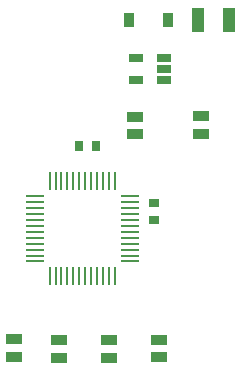
<source format=gtp>
G04*
G04 #@! TF.GenerationSoftware,Altium Limited,Altium Designer,20.2.6 (244)*
G04*
G04 Layer_Color=8421504*
%FSLAX25Y25*%
%MOIN*%
G70*
G04*
G04 #@! TF.SameCoordinates,B2635FF8-235B-44FB-8225-BCA2550F652E*
G04*
G04*
G04 #@! TF.FilePolarity,Positive*
G04*
G01*
G75*
%ADD15O,0.06102X0.00984*%
%ADD16O,0.00984X0.06102*%
%ADD17R,0.05118X0.02756*%
%ADD18R,0.03583X0.04803*%
%ADD19R,0.03543X0.02756*%
%ADD20R,0.02756X0.03543*%
%ADD21R,0.04331X0.07874*%
%ADD22R,0.05315X0.03740*%
D15*
X91347Y71327D02*
D03*
Y69358D02*
D03*
Y67390D02*
D03*
Y65421D02*
D03*
Y63453D02*
D03*
Y61484D02*
D03*
Y59516D02*
D03*
Y57547D02*
D03*
Y55579D02*
D03*
Y53610D02*
D03*
Y51642D02*
D03*
Y49673D02*
D03*
X59654D02*
D03*
Y51642D02*
D03*
Y53610D02*
D03*
Y55579D02*
D03*
Y57547D02*
D03*
Y59516D02*
D03*
Y61484D02*
D03*
Y63453D02*
D03*
Y65421D02*
D03*
Y67390D02*
D03*
Y69358D02*
D03*
Y71327D02*
D03*
D16*
X86327Y44654D02*
D03*
X84358D02*
D03*
X82390D02*
D03*
X80421D02*
D03*
X78453D02*
D03*
X76484D02*
D03*
X74516D02*
D03*
X72547D02*
D03*
X70579D02*
D03*
X68610D02*
D03*
X66642D02*
D03*
X64673D02*
D03*
Y76346D02*
D03*
X66642D02*
D03*
X68610D02*
D03*
X70579D02*
D03*
X72547D02*
D03*
X74516D02*
D03*
X76484D02*
D03*
X78453D02*
D03*
X80421D02*
D03*
X82390D02*
D03*
X84358D02*
D03*
X86327D02*
D03*
D17*
X102949Y110020D02*
D03*
Y113760D02*
D03*
Y117500D02*
D03*
X93500D02*
D03*
Y110020D02*
D03*
D18*
X104000Y130000D02*
D03*
X91126D02*
D03*
D19*
X99500Y63345D02*
D03*
Y69250D02*
D03*
D20*
X74297Y88250D02*
D03*
X80203D02*
D03*
D21*
X114132Y130000D02*
D03*
X124368D02*
D03*
D22*
X101000Y17747D02*
D03*
Y23653D02*
D03*
X84500Y17647D02*
D03*
Y23553D02*
D03*
X67900Y17647D02*
D03*
Y23553D02*
D03*
X52700Y17847D02*
D03*
Y23753D02*
D03*
X93000Y92047D02*
D03*
Y97953D02*
D03*
X115000Y92094D02*
D03*
Y98000D02*
D03*
M02*

</source>
